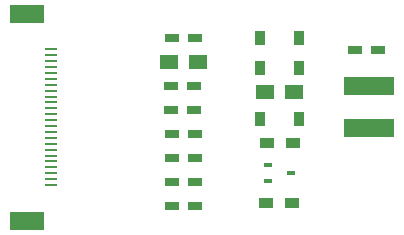
<source format=gbr>
G04 #@! TF.FileFunction,Paste,Top*
%FSLAX46Y46*%
G04 Gerber Fmt 4.6, Leading zero omitted, Abs format (unit mm)*
G04 Created by KiCad (PCBNEW 4.0.7) date 2018 March 18, Sunday 16:32:36*
%MOMM*%
%LPD*%
G01*
G04 APERTURE LIST*
%ADD10C,0.150000*%
%ADD11R,4.200000X1.500000*%
%ADD12R,1.200000X0.750000*%
%ADD13R,1.500000X1.250000*%
%ADD14R,0.900000X1.200000*%
%ADD15R,3.000000X1.500000*%
%ADD16R,1.000760X0.269240*%
%ADD17R,0.700000X0.450000*%
%ADD18R,1.200000X0.900000*%
G04 APERTURE END LIST*
D10*
D11*
X155448000Y-101324000D03*
X155448000Y-104924000D03*
D12*
X154244000Y-98298000D03*
X156144000Y-98298000D03*
D13*
X146578000Y-101854000D03*
X149078000Y-101854000D03*
D12*
X138684000Y-103378000D03*
X140584000Y-103378000D03*
D13*
X138470000Y-99314000D03*
X140970000Y-99314000D03*
D12*
X138750000Y-111506000D03*
X140650000Y-111506000D03*
X138750000Y-109474000D03*
X140650000Y-109474000D03*
X138750000Y-107442000D03*
X140650000Y-107442000D03*
X138750000Y-105410000D03*
X140650000Y-105410000D03*
X138684000Y-101346000D03*
X140584000Y-101346000D03*
X138750000Y-97282000D03*
X140650000Y-97282000D03*
D14*
X146178000Y-104140000D03*
X149478000Y-104140000D03*
X149479000Y-97282000D03*
X146179000Y-97282000D03*
X146178000Y-99822000D03*
X149478000Y-99822000D03*
D15*
X126492000Y-112750000D03*
X126492000Y-95250000D03*
D16*
X128492000Y-98250000D03*
X128492000Y-98750000D03*
X128492000Y-99250000D03*
X128492000Y-99750000D03*
X128492000Y-100250000D03*
X128492000Y-100750000D03*
X128492000Y-101250000D03*
X128492000Y-101750000D03*
X128492000Y-102250000D03*
X128492000Y-102750000D03*
X128492000Y-103250000D03*
X128492000Y-103750000D03*
X128492000Y-104250000D03*
X128492000Y-104750000D03*
X128492000Y-105250000D03*
X128492000Y-105750000D03*
X128492000Y-106250000D03*
X128492000Y-106750000D03*
X128492000Y-107250000D03*
X128492000Y-107750000D03*
X128492000Y-108250000D03*
X128492000Y-108750000D03*
X128492000Y-109250000D03*
X128492000Y-109750000D03*
D17*
X146844000Y-108062000D03*
X146844000Y-109362000D03*
X148844000Y-108712000D03*
D18*
X146812000Y-106172000D03*
X149012000Y-106172000D03*
X146728000Y-111252000D03*
X148928000Y-111252000D03*
M02*

</source>
